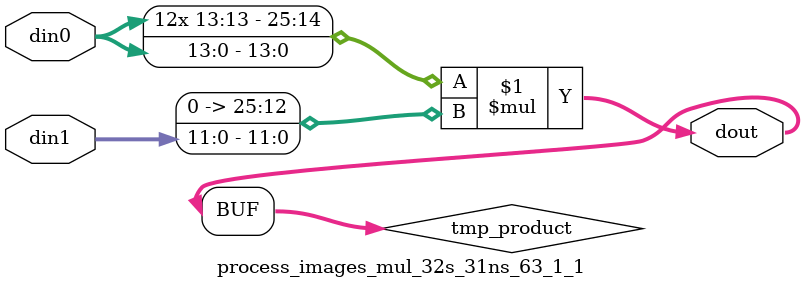
<source format=v>

`timescale 1 ns / 1 ps

 module process_images_mul_32s_31ns_63_1_1(din0, din1, dout);
parameter ID = 1;
parameter NUM_STAGE = 0;
parameter din0_WIDTH = 14;
parameter din1_WIDTH = 12;
parameter dout_WIDTH = 26;

input [din0_WIDTH - 1 : 0] din0; 
input [din1_WIDTH - 1 : 0] din1; 
output [dout_WIDTH - 1 : 0] dout;

wire signed [dout_WIDTH - 1 : 0] tmp_product;


























assign tmp_product = $signed(din0) * $signed({1'b0, din1});









assign dout = tmp_product;





















endmodule

</source>
